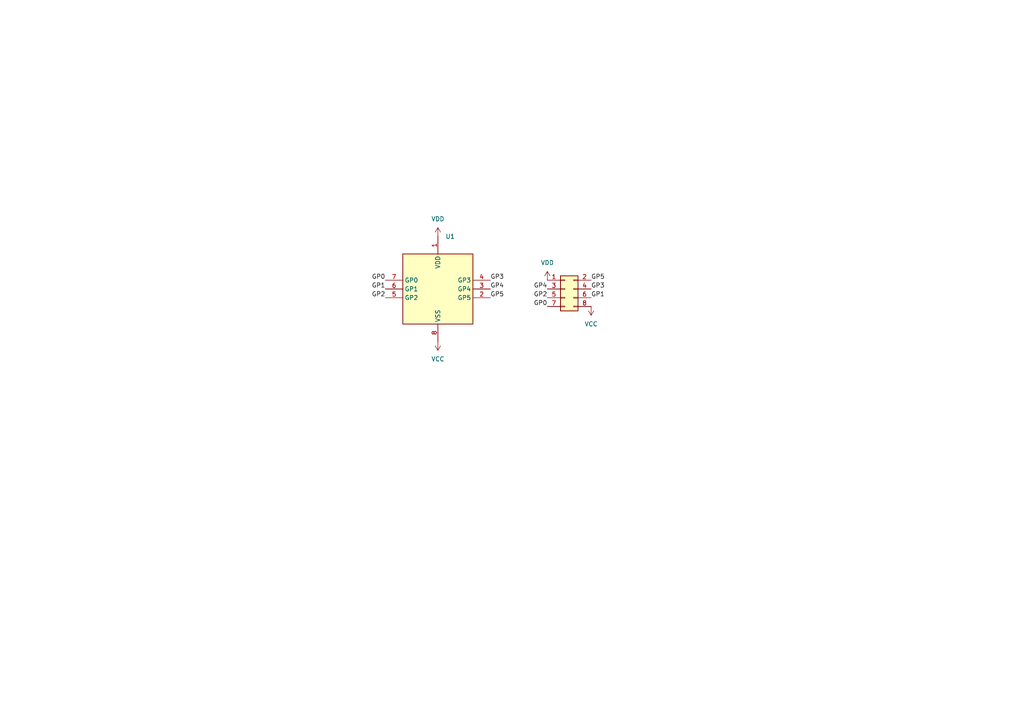
<source format=kicad_sch>
(kicad_sch
	(version 20231120)
	(generator "eeschema")
	(generator_version "8.0")
	(uuid "4c9ea838-8957-49b9-a69a-3127e003aa78")
	(paper "A4")
	(lib_symbols
		(symbol "Connector_Generic:Conn_02x04_Odd_Even"
			(pin_names
				(offset 1.016) hide)
			(exclude_from_sim no)
			(in_bom yes)
			(on_board yes)
			(property "Reference" "J"
				(at 1.27 5.08 0)
				(effects
					(font
						(size 1.27 1.27)
					)
				)
			)
			(property "Value" "Conn_02x04_Odd_Even"
				(at 1.27 -7.62 0)
				(effects
					(font
						(size 1.27 1.27)
					)
				)
			)
			(property "Footprint" ""
				(at 0 0 0)
				(effects
					(font
						(size 1.27 1.27)
					)
					(hide yes)
				)
			)
			(property "Datasheet" "~"
				(at 0 0 0)
				(effects
					(font
						(size 1.27 1.27)
					)
					(hide yes)
				)
			)
			(property "Description" "Generic connector, double row, 02x04, odd/even pin numbering scheme (row 1 odd numbers, row 2 even numbers), script generated (kicad-library-utils/schlib/autogen/connector/)"
				(at 0 0 0)
				(effects
					(font
						(size 1.27 1.27)
					)
					(hide yes)
				)
			)
			(property "ki_keywords" "connector"
				(at 0 0 0)
				(effects
					(font
						(size 1.27 1.27)
					)
					(hide yes)
				)
			)
			(property "ki_fp_filters" "Connector*:*_2x??_*"
				(at 0 0 0)
				(effects
					(font
						(size 1.27 1.27)
					)
					(hide yes)
				)
			)
			(symbol "Conn_02x04_Odd_Even_1_1"
				(rectangle
					(start -1.27 -4.953)
					(end 0 -5.207)
					(stroke
						(width 0.1524)
						(type default)
					)
					(fill
						(type none)
					)
				)
				(rectangle
					(start -1.27 -2.413)
					(end 0 -2.667)
					(stroke
						(width 0.1524)
						(type default)
					)
					(fill
						(type none)
					)
				)
				(rectangle
					(start -1.27 0.127)
					(end 0 -0.127)
					(stroke
						(width 0.1524)
						(type default)
					)
					(fill
						(type none)
					)
				)
				(rectangle
					(start -1.27 2.667)
					(end 0 2.413)
					(stroke
						(width 0.1524)
						(type default)
					)
					(fill
						(type none)
					)
				)
				(rectangle
					(start -1.27 3.81)
					(end 3.81 -6.35)
					(stroke
						(width 0.254)
						(type default)
					)
					(fill
						(type background)
					)
				)
				(rectangle
					(start 3.81 -4.953)
					(end 2.54 -5.207)
					(stroke
						(width 0.1524)
						(type default)
					)
					(fill
						(type none)
					)
				)
				(rectangle
					(start 3.81 -2.413)
					(end 2.54 -2.667)
					(stroke
						(width 0.1524)
						(type default)
					)
					(fill
						(type none)
					)
				)
				(rectangle
					(start 3.81 0.127)
					(end 2.54 -0.127)
					(stroke
						(width 0.1524)
						(type default)
					)
					(fill
						(type none)
					)
				)
				(rectangle
					(start 3.81 2.667)
					(end 2.54 2.413)
					(stroke
						(width 0.1524)
						(type default)
					)
					(fill
						(type none)
					)
				)
				(pin passive line
					(at -5.08 2.54 0)
					(length 3.81)
					(name "Pin_1"
						(effects
							(font
								(size 1.27 1.27)
							)
						)
					)
					(number "1"
						(effects
							(font
								(size 1.27 1.27)
							)
						)
					)
				)
				(pin passive line
					(at 7.62 2.54 180)
					(length 3.81)
					(name "Pin_2"
						(effects
							(font
								(size 1.27 1.27)
							)
						)
					)
					(number "2"
						(effects
							(font
								(size 1.27 1.27)
							)
						)
					)
				)
				(pin passive line
					(at -5.08 0 0)
					(length 3.81)
					(name "Pin_3"
						(effects
							(font
								(size 1.27 1.27)
							)
						)
					)
					(number "3"
						(effects
							(font
								(size 1.27 1.27)
							)
						)
					)
				)
				(pin passive line
					(at 7.62 0 180)
					(length 3.81)
					(name "Pin_4"
						(effects
							(font
								(size 1.27 1.27)
							)
						)
					)
					(number "4"
						(effects
							(font
								(size 1.27 1.27)
							)
						)
					)
				)
				(pin passive line
					(at -5.08 -2.54 0)
					(length 3.81)
					(name "Pin_5"
						(effects
							(font
								(size 1.27 1.27)
							)
						)
					)
					(number "5"
						(effects
							(font
								(size 1.27 1.27)
							)
						)
					)
				)
				(pin passive line
					(at 7.62 -2.54 180)
					(length 3.81)
					(name "Pin_6"
						(effects
							(font
								(size 1.27 1.27)
							)
						)
					)
					(number "6"
						(effects
							(font
								(size 1.27 1.27)
							)
						)
					)
				)
				(pin passive line
					(at -5.08 -5.08 0)
					(length 3.81)
					(name "Pin_7"
						(effects
							(font
								(size 1.27 1.27)
							)
						)
					)
					(number "7"
						(effects
							(font
								(size 1.27 1.27)
							)
						)
					)
				)
				(pin passive line
					(at 7.62 -5.08 180)
					(length 3.81)
					(name "Pin_8"
						(effects
							(font
								(size 1.27 1.27)
							)
						)
					)
					(number "8"
						(effects
							(font
								(size 1.27 1.27)
							)
						)
					)
				)
			)
		)
		(symbol "MCU_Microchip_PIC12:PIC12F683-xMS"
			(exclude_from_sim no)
			(in_bom yes)
			(on_board yes)
			(property "Reference" "U"
				(at 1.27 13.97 0)
				(effects
					(font
						(size 1.27 1.27)
					)
					(justify left)
				)
			)
			(property "Value" "PIC12F683-xMS"
				(at 1.27 11.43 0)
				(effects
					(font
						(size 1.27 1.27)
					)
					(justify left)
				)
			)
			(property "Footprint" "Package_SO:MSOP-8_3x3mm_P0.65mm"
				(at 1.27 -12.065 0)
				(effects
					(font
						(size 1.27 1.27)
						(italic yes)
					)
					(justify left)
					(hide yes)
				)
			)
			(property "Datasheet" "https://ww1.microchip.com/downloads/en/DeviceDoc/41232D.pdf"
				(at 1.27 -14.605 0)
				(effects
					(font
						(size 1.27 1.27)
					)
					(justify left)
					(hide yes)
				)
			)
			(property "Description" "2048W Flash, 128B SRAM, 256B EEPROM, PDIP8"
				(at 0 0 0)
				(effects
					(font
						(size 1.27 1.27)
					)
					(hide yes)
				)
			)
			(property "ki_keywords" "FLASH-Based 8-Bit CMOS Microcontroller"
				(at 0 0 0)
				(effects
					(font
						(size 1.27 1.27)
					)
					(hide yes)
				)
			)
			(property "ki_fp_filters" "MSOP*3x3mm*P0.65mm*"
				(at 0 0 0)
				(effects
					(font
						(size 1.27 1.27)
					)
					(hide yes)
				)
			)
			(symbol "PIC12F683-xMS_0_1"
				(rectangle
					(start 10.16 -10.16)
					(end -10.16 10.16)
					(stroke
						(width 0.254)
						(type default)
					)
					(fill
						(type background)
					)
				)
			)
			(symbol "PIC12F683-xMS_1_1"
				(pin power_in line
					(at 0 15.24 270)
					(length 5.08)
					(name "VDD"
						(effects
							(font
								(size 1.27 1.27)
							)
						)
					)
					(number "1"
						(effects
							(font
								(size 1.27 1.27)
							)
						)
					)
				)
				(pin bidirectional line
					(at 15.24 -2.54 180)
					(length 5.08)
					(name "GP5"
						(effects
							(font
								(size 1.27 1.27)
							)
						)
					)
					(number "2"
						(effects
							(font
								(size 1.27 1.27)
							)
						)
					)
				)
				(pin bidirectional line
					(at 15.24 0 180)
					(length 5.08)
					(name "GP4"
						(effects
							(font
								(size 1.27 1.27)
							)
						)
					)
					(number "3"
						(effects
							(font
								(size 1.27 1.27)
							)
						)
					)
				)
				(pin input line
					(at 15.24 2.54 180)
					(length 5.08)
					(name "GP3"
						(effects
							(font
								(size 1.27 1.27)
							)
						)
					)
					(number "4"
						(effects
							(font
								(size 1.27 1.27)
							)
						)
					)
				)
				(pin bidirectional line
					(at -15.24 -2.54 0)
					(length 5.08)
					(name "GP2"
						(effects
							(font
								(size 1.27 1.27)
							)
						)
					)
					(number "5"
						(effects
							(font
								(size 1.27 1.27)
							)
						)
					)
				)
				(pin bidirectional line
					(at -15.24 0 0)
					(length 5.08)
					(name "GP1"
						(effects
							(font
								(size 1.27 1.27)
							)
						)
					)
					(number "6"
						(effects
							(font
								(size 1.27 1.27)
							)
						)
					)
				)
				(pin bidirectional line
					(at -15.24 2.54 0)
					(length 5.08)
					(name "GP0"
						(effects
							(font
								(size 1.27 1.27)
							)
						)
					)
					(number "7"
						(effects
							(font
								(size 1.27 1.27)
							)
						)
					)
				)
				(pin power_in line
					(at 0 -15.24 90)
					(length 5.08)
					(name "VSS"
						(effects
							(font
								(size 1.27 1.27)
							)
						)
					)
					(number "8"
						(effects
							(font
								(size 1.27 1.27)
							)
						)
					)
				)
			)
		)
		(symbol "power:VCC"
			(power)
			(pin_numbers hide)
			(pin_names
				(offset 0) hide)
			(exclude_from_sim no)
			(in_bom yes)
			(on_board yes)
			(property "Reference" "#PWR"
				(at 0 -3.81 0)
				(effects
					(font
						(size 1.27 1.27)
					)
					(hide yes)
				)
			)
			(property "Value" "VCC"
				(at 0 3.556 0)
				(effects
					(font
						(size 1.27 1.27)
					)
				)
			)
			(property "Footprint" ""
				(at 0 0 0)
				(effects
					(font
						(size 1.27 1.27)
					)
					(hide yes)
				)
			)
			(property "Datasheet" ""
				(at 0 0 0)
				(effects
					(font
						(size 1.27 1.27)
					)
					(hide yes)
				)
			)
			(property "Description" "Power symbol creates a global label with name \"VCC\""
				(at 0 0 0)
				(effects
					(font
						(size 1.27 1.27)
					)
					(hide yes)
				)
			)
			(property "ki_keywords" "global power"
				(at 0 0 0)
				(effects
					(font
						(size 1.27 1.27)
					)
					(hide yes)
				)
			)
			(symbol "VCC_0_1"
				(polyline
					(pts
						(xy -0.762 1.27) (xy 0 2.54)
					)
					(stroke
						(width 0)
						(type default)
					)
					(fill
						(type none)
					)
				)
				(polyline
					(pts
						(xy 0 0) (xy 0 2.54)
					)
					(stroke
						(width 0)
						(type default)
					)
					(fill
						(type none)
					)
				)
				(polyline
					(pts
						(xy 0 2.54) (xy 0.762 1.27)
					)
					(stroke
						(width 0)
						(type default)
					)
					(fill
						(type none)
					)
				)
			)
			(symbol "VCC_1_1"
				(pin power_in line
					(at 0 0 90)
					(length 0)
					(name "~"
						(effects
							(font
								(size 1.27 1.27)
							)
						)
					)
					(number "1"
						(effects
							(font
								(size 1.27 1.27)
							)
						)
					)
				)
			)
		)
		(symbol "power:VDD"
			(power)
			(pin_numbers hide)
			(pin_names
				(offset 0) hide)
			(exclude_from_sim no)
			(in_bom yes)
			(on_board yes)
			(property "Reference" "#PWR"
				(at 0 -3.81 0)
				(effects
					(font
						(size 1.27 1.27)
					)
					(hide yes)
				)
			)
			(property "Value" "VDD"
				(at 0 3.556 0)
				(effects
					(font
						(size 1.27 1.27)
					)
				)
			)
			(property "Footprint" ""
				(at 0 0 0)
				(effects
					(font
						(size 1.27 1.27)
					)
					(hide yes)
				)
			)
			(property "Datasheet" ""
				(at 0 0 0)
				(effects
					(font
						(size 1.27 1.27)
					)
					(hide yes)
				)
			)
			(property "Description" "Power symbol creates a global label with name \"VDD\""
				(at 0 0 0)
				(effects
					(font
						(size 1.27 1.27)
					)
					(hide yes)
				)
			)
			(property "ki_keywords" "global power"
				(at 0 0 0)
				(effects
					(font
						(size 1.27 1.27)
					)
					(hide yes)
				)
			)
			(symbol "VDD_0_1"
				(polyline
					(pts
						(xy -0.762 1.27) (xy 0 2.54)
					)
					(stroke
						(width 0)
						(type default)
					)
					(fill
						(type none)
					)
				)
				(polyline
					(pts
						(xy 0 0) (xy 0 2.54)
					)
					(stroke
						(width 0)
						(type default)
					)
					(fill
						(type none)
					)
				)
				(polyline
					(pts
						(xy 0 2.54) (xy 0.762 1.27)
					)
					(stroke
						(width 0)
						(type default)
					)
					(fill
						(type none)
					)
				)
			)
			(symbol "VDD_1_1"
				(pin power_in line
					(at 0 0 90)
					(length 0)
					(name "~"
						(effects
							(font
								(size 1.27 1.27)
							)
						)
					)
					(number "1"
						(effects
							(font
								(size 1.27 1.27)
							)
						)
					)
				)
			)
		)
	)
	(label "GP2"
		(at 111.76 86.36 180)
		(fields_autoplaced yes)
		(effects
			(font
				(size 1.27 1.27)
			)
			(justify right bottom)
		)
		(uuid "09370454-0573-4f38-afe8-0cdc59156a2f")
	)
	(label "GP5"
		(at 142.24 86.36 0)
		(fields_autoplaced yes)
		(effects
			(font
				(size 1.27 1.27)
			)
			(justify left bottom)
		)
		(uuid "119e6a3f-e9a6-42ca-a3e0-7e551e49d194")
	)
	(label "GP1"
		(at 111.76 83.82 180)
		(fields_autoplaced yes)
		(effects
			(font
				(size 1.27 1.27)
			)
			(justify right bottom)
		)
		(uuid "1a4d59c2-1576-431f-aaed-fa2fa8f04b46")
	)
	(label "GP0"
		(at 158.75 88.9 180)
		(fields_autoplaced yes)
		(effects
			(font
				(size 1.27 1.27)
			)
			(justify right bottom)
		)
		(uuid "2c17e8e6-4c7c-4d0b-a604-4dfe4d730d84")
	)
	(label "GP1"
		(at 171.45 86.36 0)
		(fields_autoplaced yes)
		(effects
			(font
				(size 1.27 1.27)
			)
			(justify left bottom)
		)
		(uuid "465fc591-9ef9-45b9-aed8-64df6d190db5")
	)
	(label "GP3"
		(at 142.24 81.28 0)
		(fields_autoplaced yes)
		(effects
			(font
				(size 1.27 1.27)
			)
			(justify left bottom)
		)
		(uuid "69031578-8c89-45b7-9349-cec51314bcfb")
	)
	(label "GP4"
		(at 158.75 83.82 180)
		(fields_autoplaced yes)
		(effects
			(font
				(size 1.27 1.27)
			)
			(justify right bottom)
		)
		(uuid "79447b07-ba2a-4b3c-9ecf-adebb7e3f637")
	)
	(label "GP3"
		(at 171.45 83.82 0)
		(fields_autoplaced yes)
		(effects
			(font
				(size 1.27 1.27)
			)
			(justify left bottom)
		)
		(uuid "b8e8e7af-cd8d-477a-b719-d7cc9db38e91")
	)
	(label "GP5"
		(at 171.45 81.28 0)
		(fields_autoplaced yes)
		(effects
			(font
				(size 1.27 1.27)
			)
			(justify left bottom)
		)
		(uuid "bb865dfb-cbd4-4550-898a-e37a756e13a9")
	)
	(label "GP0"
		(at 111.76 81.28 180)
		(fields_autoplaced yes)
		(effects
			(font
				(size 1.27 1.27)
			)
			(justify right bottom)
		)
		(uuid "e9fe67a7-36f2-4490-a030-47237b97878c")
	)
	(label "GP4"
		(at 142.24 83.82 0)
		(fields_autoplaced yes)
		(effects
			(font
				(size 1.27 1.27)
			)
			(justify left bottom)
		)
		(uuid "fbe8a8e9-f946-4651-b791-2e265fd262f9")
	)
	(label "GP2"
		(at 158.75 86.36 180)
		(fields_autoplaced yes)
		(effects
			(font
				(size 1.27 1.27)
			)
			(justify right bottom)
		)
		(uuid "fe5d567e-fc09-4c47-9ecc-321a2680b5d4")
	)
	(symbol
		(lib_id "power:VCC")
		(at 171.45 88.9 180)
		(unit 1)
		(exclude_from_sim no)
		(in_bom yes)
		(on_board yes)
		(dnp no)
		(fields_autoplaced yes)
		(uuid "0a67d957-d3ba-4c11-a083-d4106dff692c")
		(property "Reference" "#PWR03"
			(at 171.45 85.09 0)
			(effects
				(font
					(size 1.27 1.27)
				)
				(hide yes)
			)
		)
		(property "Value" "VCC"
			(at 171.45 93.98 0)
			(effects
				(font
					(size 1.27 1.27)
				)
			)
		)
		(property "Footprint" ""
			(at 171.45 88.9 0)
			(effects
				(font
					(size 1.27 1.27)
				)
				(hide yes)
			)
		)
		(property "Datasheet" ""
			(at 171.45 88.9 0)
			(effects
				(font
					(size 1.27 1.27)
				)
				(hide yes)
			)
		)
		(property "Description" "Power symbol creates a global label with name \"VCC\""
			(at 171.45 88.9 0)
			(effects
				(font
					(size 1.27 1.27)
				)
				(hide yes)
			)
		)
		(pin "1"
			(uuid "537ba915-9d07-407f-83dc-cd2a7d263bd9")
		)
		(instances
			(project ""
				(path "/4c9ea838-8957-49b9-a69a-3127e003aa78"
					(reference "#PWR03")
					(unit 1)
				)
			)
		)
	)
	(symbol
		(lib_id "MCU_Microchip_PIC12:PIC12F683-xMS")
		(at 127 83.82 0)
		(unit 1)
		(exclude_from_sim no)
		(in_bom yes)
		(on_board yes)
		(dnp no)
		(fields_autoplaced yes)
		(uuid "1c85039a-44b6-4eec-bf86-4b9ef0d9eba4")
		(property "Reference" "U1"
			(at 129.1941 68.58 0)
			(effects
				(font
					(size 1.27 1.27)
				)
				(justify left)
			)
		)
		(property "Value" "PIC12F683-xMS"
			(at 129.1941 71.12 0)
			(effects
				(font
					(size 1.27 1.27)
				)
				(justify left)
				(hide yes)
			)
		)
		(property "Footprint" "Package_SO:MSOP-8_3x3mm_P0.65mm"
			(at 128.27 95.885 0)
			(effects
				(font
					(size 1.27 1.27)
					(italic yes)
				)
				(justify left)
				(hide yes)
			)
		)
		(property "Datasheet" "https://ww1.microchip.com/downloads/en/DeviceDoc/41232D.pdf"
			(at 128.27 98.425 0)
			(effects
				(font
					(size 1.27 1.27)
				)
				(justify left)
				(hide yes)
			)
		)
		(property "Description" "2048W Flash, 128B SRAM, 256B EEPROM, PDIP8"
			(at 127 83.82 0)
			(effects
				(font
					(size 1.27 1.27)
				)
				(hide yes)
			)
		)
		(pin "3"
			(uuid "8e014f05-7fee-488a-9489-ee28d5284d45")
		)
		(pin "2"
			(uuid "f94f6a5b-4ac5-40ec-9ee3-859bf0a2dda9")
		)
		(pin "1"
			(uuid "646f4129-43fc-4532-a4ab-183825bb2329")
		)
		(pin "8"
			(uuid "f964cc0d-15a4-4704-ace6-984b178053ac")
		)
		(pin "6"
			(uuid "f1c5de1e-5546-46fd-922f-4b2f2b2fb3bd")
		)
		(pin "7"
			(uuid "d4dcad6c-aba6-4142-90d8-6f2d4d63e069")
		)
		(pin "4"
			(uuid "5245d015-f385-431b-ab10-474a1fdb0e9c")
		)
		(pin "5"
			(uuid "315b7f2a-455a-4ac3-8d5e-310fe1964217")
		)
		(instances
			(project ""
				(path "/4c9ea838-8957-49b9-a69a-3127e003aa78"
					(reference "U1")
					(unit 1)
				)
			)
		)
	)
	(symbol
		(lib_id "power:VDD")
		(at 158.75 81.28 0)
		(unit 1)
		(exclude_from_sim no)
		(in_bom yes)
		(on_board yes)
		(dnp no)
		(fields_autoplaced yes)
		(uuid "2768b5e4-d22a-4266-ad83-c1cbe9c2933b")
		(property "Reference" "#PWR02"
			(at 158.75 85.09 0)
			(effects
				(font
					(size 1.27 1.27)
				)
				(hide yes)
			)
		)
		(property "Value" "VDD"
			(at 158.75 76.2 0)
			(effects
				(font
					(size 1.27 1.27)
				)
			)
		)
		(property "Footprint" ""
			(at 158.75 81.28 0)
			(effects
				(font
					(size 1.27 1.27)
				)
				(hide yes)
			)
		)
		(property "Datasheet" ""
			(at 158.75 81.28 0)
			(effects
				(font
					(size 1.27 1.27)
				)
				(hide yes)
			)
		)
		(property "Description" "Power symbol creates a global label with name \"VDD\""
			(at 158.75 81.28 0)
			(effects
				(font
					(size 1.27 1.27)
				)
				(hide yes)
			)
		)
		(pin "1"
			(uuid "1789409b-ab13-4a91-85b5-6186f38bc9f7")
		)
		(instances
			(project ""
				(path "/4c9ea838-8957-49b9-a69a-3127e003aa78"
					(reference "#PWR02")
					(unit 1)
				)
			)
		)
	)
	(symbol
		(lib_id "power:VDD")
		(at 127 68.58 0)
		(unit 1)
		(exclude_from_sim no)
		(in_bom yes)
		(on_board yes)
		(dnp no)
		(fields_autoplaced yes)
		(uuid "69631fef-c622-41d2-922b-dd04666141fd")
		(property "Reference" "#PWR01"
			(at 127 72.39 0)
			(effects
				(font
					(size 1.27 1.27)
				)
				(hide yes)
			)
		)
		(property "Value" "VDD"
			(at 127 63.5 0)
			(effects
				(font
					(size 1.27 1.27)
				)
			)
		)
		(property "Footprint" ""
			(at 127 68.58 0)
			(effects
				(font
					(size 1.27 1.27)
				)
				(hide yes)
			)
		)
		(property "Datasheet" ""
			(at 127 68.58 0)
			(effects
				(font
					(size 1.27 1.27)
				)
				(hide yes)
			)
		)
		(property "Description" "Power symbol creates a global label with name \"VDD\""
			(at 127 68.58 0)
			(effects
				(font
					(size 1.27 1.27)
				)
				(hide yes)
			)
		)
		(pin "1"
			(uuid "1789409b-ab13-4a91-85b5-6186f38bc9f7")
		)
		(instances
			(project ""
				(path "/4c9ea838-8957-49b9-a69a-3127e003aa78"
					(reference "#PWR01")
					(unit 1)
				)
			)
		)
	)
	(symbol
		(lib_id "power:VCC")
		(at 127 99.06 180)
		(unit 1)
		(exclude_from_sim no)
		(in_bom yes)
		(on_board yes)
		(dnp no)
		(fields_autoplaced yes)
		(uuid "794d3428-a66d-4b89-b0fd-e764e38f31c7")
		(property "Reference" "#PWR04"
			(at 127 95.25 0)
			(effects
				(font
					(size 1.27 1.27)
				)
				(hide yes)
			)
		)
		(property "Value" "VCC"
			(at 127 104.14 0)
			(effects
				(font
					(size 1.27 1.27)
				)
			)
		)
		(property "Footprint" ""
			(at 127 99.06 0)
			(effects
				(font
					(size 1.27 1.27)
				)
				(hide yes)
			)
		)
		(property "Datasheet" ""
			(at 127 99.06 0)
			(effects
				(font
					(size 1.27 1.27)
				)
				(hide yes)
			)
		)
		(property "Description" "Power symbol creates a global label with name \"VCC\""
			(at 127 99.06 0)
			(effects
				(font
					(size 1.27 1.27)
				)
				(hide yes)
			)
		)
		(pin "1"
			(uuid "537ba915-9d07-407f-83dc-cd2a7d263bd9")
		)
		(instances
			(project ""
				(path "/4c9ea838-8957-49b9-a69a-3127e003aa78"
					(reference "#PWR04")
					(unit 1)
				)
			)
		)
	)
	(symbol
		(lib_id "Connector_Generic:Conn_02x04_Odd_Even")
		(at 163.83 83.82 0)
		(unit 1)
		(exclude_from_sim no)
		(in_bom yes)
		(on_board yes)
		(dnp no)
		(fields_autoplaced yes)
		(uuid "b1629818-ad2c-4862-816c-4400cefedb19")
		(property "Reference" "J1"
			(at 165.1 74.93 0)
			(effects
				(font
					(size 1.27 1.27)
				)
				(hide yes)
			)
		)
		(property "Value" "Conn_02x04_Odd_Even"
			(at 165.1 77.47 0)
			(effects
				(font
					(size 1.27 1.27)
				)
				(hide yes)
			)
		)
		(property "Footprint" "Connector_PinHeader_1.00mm:PinHeader_2x04_P1.00mm_Vertical"
			(at 163.83 83.82 0)
			(effects
				(font
					(size 1.27 1.27)
				)
				(hide yes)
			)
		)
		(property "Datasheet" "~"
			(at 163.83 83.82 0)
			(effects
				(font
					(size 1.27 1.27)
				)
				(hide yes)
			)
		)
		(property "Description" "Generic connector, double row, 02x04, odd/even pin numbering scheme (row 1 odd numbers, row 2 even numbers), script generated (kicad-library-utils/schlib/autogen/connector/)"
			(at 163.83 83.82 0)
			(effects
				(font
					(size 1.27 1.27)
				)
				(hide yes)
			)
		)
		(pin "4"
			(uuid "e6374c95-b15c-4224-9f06-aa035ac4ebee")
		)
		(pin "2"
			(uuid "a438f757-b8ba-4dc0-bb60-3670e0f033f7")
		)
		(pin "1"
			(uuid "16c576d4-c539-4cbb-8894-1d5b023b1d19")
		)
		(pin "8"
			(uuid "ad614ccc-8a66-42a8-9da3-644a70059f5b")
		)
		(pin "6"
			(uuid "c006403b-3975-4f06-92d6-b813706c7d4e")
		)
		(pin "5"
			(uuid "23b4b305-d9a0-4a40-b6af-2a54f9f5a56f")
		)
		(pin "3"
			(uuid "2884d82c-f33c-4ecc-8e9c-667234827c87")
		)
		(pin "7"
			(uuid "54440a62-963a-4dda-af7b-182c54c54751")
		)
		(instances
			(project ""
				(path "/4c9ea838-8957-49b9-a69a-3127e003aa78"
					(reference "J1")
					(unit 1)
				)
			)
		)
	)
	(sheet_instances
		(path "/"
			(page "1")
		)
	)
)

</source>
